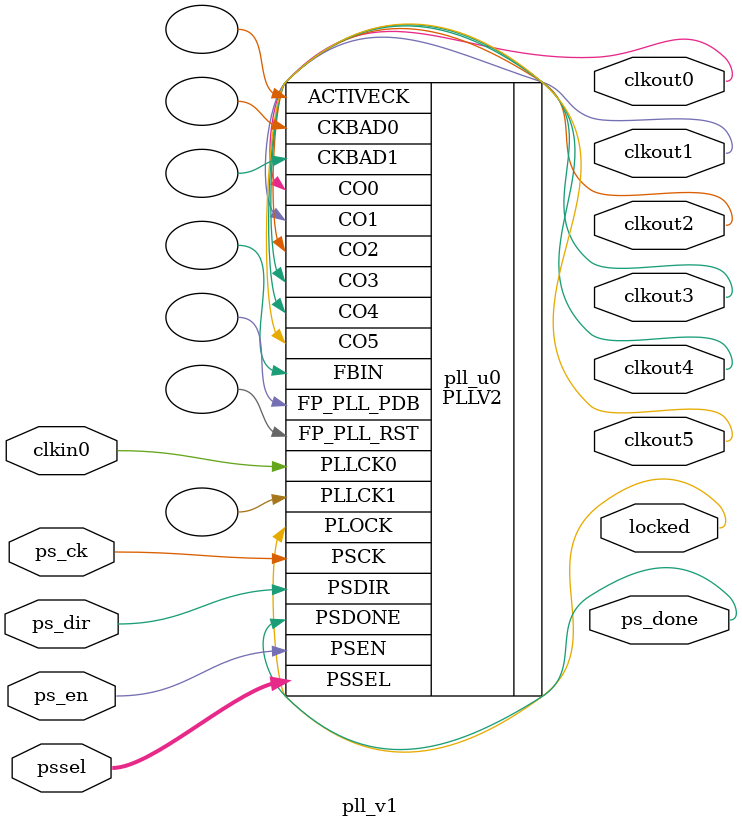
<source format=v>

module pll_v1(
    clkin0,
    ps_ck,
    ps_dir,
    ps_en,
    ps_done,
    pssel,
    clkout0,
    clkout1,
    clkout2,
    clkout3,
    clkout4,
    clkout5,
    locked
);

input clkin0;
input ps_ck;
input ps_dir;
input ps_en;
output ps_done;
input [5:0] pssel;
output clkout0;
output clkout1;
output clkout2;
output clkout3;
output clkout4;
output clkout5;
output locked;

PLLV2 #(
        .CFG_SEL_FBPATH (1'b0),
        .CFG_CKSEL (1'b0),
        .CFG_CK_SWITCH_EN (1'b0),
        .CFG_DIVN (8'b00000110),
        .CFG_DIVM (8'b01010000),
        .CFG_DIVFB (1'b0),
        .CFG_LPF (3'b010),
        .CFG_CPSEL_CR (3'b010),
        .CFG_CPSEL_FN (7'b1010000),
        .CFG_CP_AUTO_ENB (1'b0),
        .CFG_RST_REG_ENB (1'b0),
        .CFG_CALIB_EN (1'b1),
        .CFG_CALIB_RSTN (1'b1),
        .CFG_CALIB_MANUAL (4'b1000),
        .CFG_CALIB_WIN (2'b00),
        .CFG_CALIB_DIV (8'b00001011),
        .CFG_CALIB_16_32U (1'b0),
        .CFG_BP_VDOUT (1'b0),
        .CFG_LKD_MUX (1'b0),
        .CFG_FORCE_LOCK (1'b1),
        .CFG_FLDD (2'b11),
        .CFG_ATEST_EN (1'b0),
        .CFG_DTEST_EN (1'b0),
        .CFG_ATEST_SEL (1'b0),
        .CFG_DTEST_SEL (1'b0),
        .CFG_VCO_INI_SEL (1'b0),
        .CFG_LKD_TOL (1'b0),
        .CFG_LKD_HOLD (1'b0),
        .CFG_VRSEL (2'b10),
        .CFG_BK (4'b0001),
        .CFG_SSEN (1'b0),
        .CFG_SSDIVH (2'b00),
        .CFG_SSDIVL (8'b01110001),
        .CFG_SSRG (2'b01),
        .CFG_MKEN0 (1'b1),
        .CFG_MKEN1 (1'b1),
        .CFG_MKEN2 (1'b1),
        .CFG_MKEN3 (1'b1),
        .CFG_MKEN4 (1'b1),
        .CFG_MKEN5 (1'b1),
        .CFG_BPS0 (1'b0),
        .CFG_BPS1 (1'b0),
        .CFG_BPS2 (1'b0),
        .CFG_BPS3 (1'b0),
        .CFG_BPS4 (1'b0),
        .CFG_BPS5 (1'b0),
        .CFG_DIVC0 (8'b00000101),
        .CFG_DIVC1 (8'b00000101),
        .CFG_DIVC2 (8'b00111001),
        .CFG_DIVC3 (8'b00000101),
        .CFG_DIVC4 (8'b00001100),
        .CFG_DIVC5 (8'b00000101),
        .CFG_CO0DLY (8'b00000000),
        .CFG_CO1DLY (8'b00000000),
        .CFG_CO2DLY (8'b00000000),
        .CFG_CO3DLY (8'b00000000),
        .CFG_CO4DLY (8'b00000000),
        .CFG_CO5DLY (8'b00000000),
        .CFG_P0SEL (3'b000),
        .CFG_P1SEL (3'b110),
        .CFG_P2SEL (3'b000),
        .CFG_P3SEL (3'b000),
        .CFG_P4SEL (3'b000),
        .CFG_P5SEL (3'b000),
        .CFG_PFBSEL (3'b000),
        .CFG_RSTPLL_SEL (2'b01),
        .CFG_PPDB_SEL (2'b01),
        .CFG_LOCK_GATE (1'b1),
        .CFG_FRAC (3'b000),
        .CFG_FP_EN (1'b0)
)
pll_u0 (
        .PLLCK0 (clkin0),
        .PLLCK1 (),
        .FBIN (),
        .PSCK (ps_ck),
        .PSDIR (ps_dir),
        .PSEN (ps_en),
        .PSDONE (ps_done),
        .PSSEL (pssel),
        .FP_PLL_PDB (),
        .FP_PLL_RST (),
        .ACTIVECK (),
        .CKBAD0 (),
        .CKBAD1 (),
        .CO0 (clkout0),
        .CO1 (clkout1),
        .CO2 (clkout2),
        .CO3 (clkout3),
        .CO4 (clkout4),
        .CO5 (clkout5),
        .PLOCK (locked)
);

endmodule

// ============================================================
//                  pll Setting
//
// Warning: This part is read by Fuxi, please don't modify it.
// ============================================================
// Device          : H1D03N0L144C7
// Module          : pll_v1
// IP core         : pll
// IP Version      : 1

// AutoSwitch      : false
// BandWidth       : Medium
// Bypass0         : false
// Bypass1         : false
// Bypass2         : false
// Bypass3         : false
// Bypass4         : false
// Bypass5         : false
// C0              : 5
// C1              : 5
// C2              : 57
// C3              : 5
// C4              : 12
// C5              : 5
// Clkin0Enable    : true
// Clkin1Enable    : false
// ClkinDefault    : 0
// Clkout0UseFrac  : false
// ClkoutNum       : 6
// Delay0          : 0
// Delay1          : 0
// Delay2          : 0
// Delay3          : 0
// Delay4          : 0
// Delay5          : 0
// DelayUnit       : degree
// DeskewMode      : None
// Enable0         : true
// Enable1         : true
// Enable2         : true
// Enable3         : true
// Enable4         : true
// Enable5         : true
// ExpectFreq0     : 154
// ExpectFreq1     : 154
// ExpectFreq2     : 16
// ExpectFreq3     : 154
// ExpectFreq4     : 71
// ExpectFreq5     : 154
// ForceLocked     : true
// GclkCcbEnable   : false
// InputFreq       : 80
// M               : 80
// N               : 6
// Phase0          : 0
// Phase1          : 6
// Phase2          : 0
// Phase3          : 0
// Phase4          : 0
// Phase5          : 0
// PortActiveck    : false
// PortCkbad0      : false
// PortCkbad1      : false
// PortLocked      : true
// PowerMode       : always_on
// ResetMode       : ccb
// Simulation Files: 
// SpreadDivH      : 0
// SpreadDivL      : 113
// SpreadEnable    : false
// SpreadRatio     : 1
// Synthesis Files : 
// ThroughMode0    : false
// ThroughMode1    : false
// ThroughMode2    : false
// ThroughMode3    : false
// ThroughMode4    : false
// ThroughMode5    : false
// UseDynPhaseShift: true
// UseLockGate     : false
// VcoCalibration  : true
// VcoDivide       : 0

</source>
